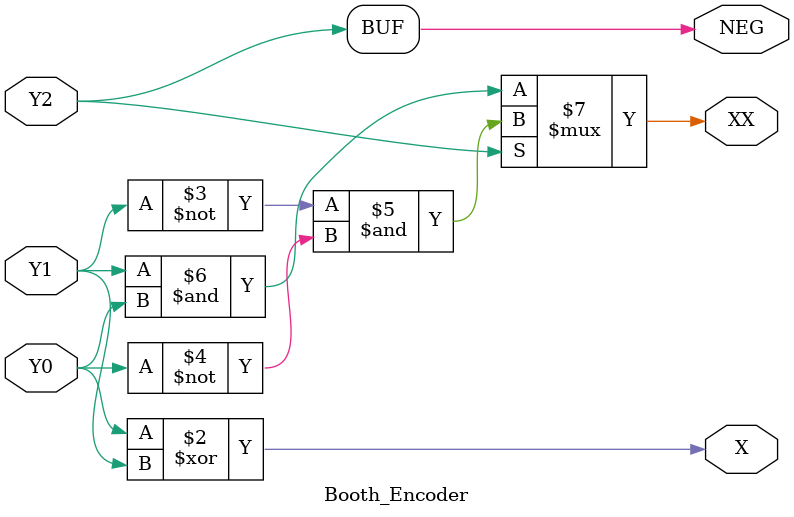
<source format=v>
`timescale 1ns / 1ps


module Booth_Encoder(
    input Y0,       // represent Y_{i-1}
    input Y1,       // represent Y_{i}
    input Y2,       // represent  Y_{i+1}
    output reg X,       // represent X
    output reg XX,      // represent 2X
    output reg NEG      // represent NEG
    );
    
    // Booth Encoder using Behavioral level of abstraction
    always @ (*)
    begin
        X = Y0 ^ Y1;
        XX = (Y2)? (~Y1 & ~Y0) : (Y1 & Y0);
        NEG = Y2;
    end
    
endmodule

</source>
